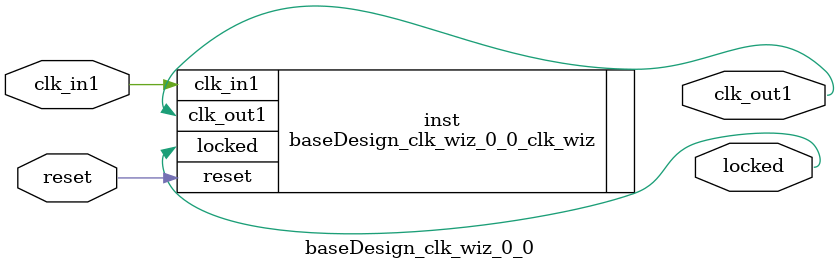
<source format=v>


`timescale 1ps/1ps

(* CORE_GENERATION_INFO = "baseDesign_clk_wiz_0_0,clk_wiz_v6_0_8_0_0,{component_name=baseDesign_clk_wiz_0_0,use_phase_alignment=true,use_min_o_jitter=false,use_max_i_jitter=false,use_dyn_phase_shift=false,use_inclk_switchover=false,use_dyn_reconfig=false,enable_axi=0,feedback_source=FDBK_AUTO,PRIMITIVE=MMCM,num_out_clk=1,clkin1_period=10.000,clkin2_period=10.000,use_power_down=false,use_reset=true,use_locked=true,use_inclk_stopped=false,feedback_type=SINGLE,CLOCK_MGR_TYPE=NA,manual_override=false}" *)

module baseDesign_clk_wiz_0_0 
 (
  // Clock out ports
  output        clk_out1,
  // Status and control signals
  input         reset,
  output        locked,
 // Clock in ports
  input         clk_in1
 );

  baseDesign_clk_wiz_0_0_clk_wiz inst
  (
  // Clock out ports  
  .clk_out1(clk_out1),
  // Status and control signals               
  .reset(reset), 
  .locked(locked),
 // Clock in ports
  .clk_in1(clk_in1)
  );

endmodule

</source>
